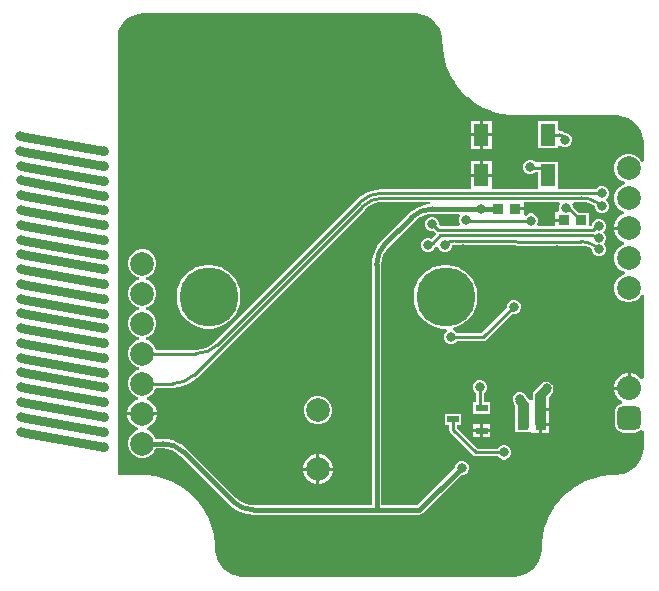
<source format=gbl>
G04*
G04 #@! TF.GenerationSoftware,Altium Limited,Altium Designer,21.0.8 (223)*
G04*
G04 Layer_Physical_Order=2*
G04 Layer_Color=9720587*
%FSLAX44Y44*%
%MOMM*%
G71*
G04*
G04 #@! TF.SameCoordinates,3C593E1E-8741-496A-A554-97E108CC9687*
G04*
G04*
G04 #@! TF.FilePolarity,Positive*
G04*
G01*
G75*
%ADD14R,0.9500X0.9000*%
%ADD46C,0.8000*%
%ADD47C,0.4000*%
%ADD48C,0.2500*%
%ADD49C,0.2540*%
%ADD52C,2.0000*%
G04:AMPARAMS|DCode=53|XSize=2.032mm|YSize=2.032mm|CornerRadius=0.508mm|HoleSize=0mm|Usage=FLASHONLY|Rotation=180.000|XOffset=0mm|YOffset=0mm|HoleType=Round|Shape=RoundedRectangle|*
%AMROUNDEDRECTD53*
21,1,2.0320,1.0160,0,0,180.0*
21,1,1.0160,2.0320,0,0,180.0*
1,1,1.0160,-0.5080,0.5080*
1,1,1.0160,0.5080,0.5080*
1,1,1.0160,0.5080,-0.5080*
1,1,1.0160,-0.5080,-0.5080*
%
%ADD53ROUNDEDRECTD53*%
%ADD54C,2.0320*%
%ADD55C,5.0000*%
%ADD56C,0.8000*%
%ADD57C,0.2560*%
%ADD58R,1.0000X0.6000*%
%ADD59R,1.3000X1.9000*%
G36*
X345811Y481192D02*
X348919Y480783D01*
X351948Y479971D01*
X354844Y478772D01*
X357559Y477204D01*
X360046Y475296D01*
X362262Y473079D01*
X364171Y470592D01*
X365738Y467877D01*
X366938Y464981D01*
X367749Y461953D01*
X368158Y458845D01*
X368158Y457277D01*
X368172Y457211D01*
X368161Y457144D01*
X368285Y453330D01*
X368331Y453133D01*
X368318Y452931D01*
X369314Y445368D01*
X369400Y445113D01*
X369418Y444845D01*
X371392Y437476D01*
X371511Y437235D01*
X371564Y436971D01*
X374483Y429923D01*
X374632Y429700D01*
X374719Y429445D01*
X378533Y422839D01*
X378711Y422636D01*
X378829Y422395D01*
X383473Y416343D01*
X383676Y416166D01*
X383825Y415942D01*
X389219Y410548D01*
X389443Y410398D01*
X389620Y410196D01*
X395672Y405552D01*
X395914Y405433D01*
X396116Y405256D01*
X402722Y401442D01*
X402977Y401355D01*
X403201Y401206D01*
X410248Y398287D01*
X410512Y398234D01*
X410754Y398115D01*
X418122Y396141D01*
X418390Y396123D01*
X418645Y396037D01*
X426208Y395041D01*
X426410Y395054D01*
X426607Y395008D01*
X430421Y394883D01*
X430488Y394894D01*
X430555Y394881D01*
X514533D01*
X516100Y394881D01*
X519208Y394472D01*
X522236Y393661D01*
X525133Y392461D01*
X527848Y390893D01*
X530334Y388985D01*
X532551Y386768D01*
X534460Y384281D01*
X536027Y381566D01*
X537227Y378670D01*
X538038Y375642D01*
X538447Y372534D01*
Y356208D01*
X536447Y355672D01*
X535352Y357568D01*
X533118Y359802D01*
X530382Y361382D01*
X527330Y362200D01*
X524170D01*
X521118Y361382D01*
X518382Y359802D01*
X516148Y357568D01*
X514568Y354832D01*
X513750Y351780D01*
Y348620D01*
X514568Y345568D01*
X516148Y342832D01*
X518382Y340598D01*
X521118Y339018D01*
X522919Y338535D01*
Y336465D01*
X521118Y335982D01*
X518382Y334402D01*
X516148Y332168D01*
X514568Y329432D01*
X513750Y326380D01*
Y323220D01*
X514568Y320168D01*
X516148Y317432D01*
X518382Y315198D01*
X521118Y313618D01*
X521876Y313415D01*
Y311344D01*
X520910Y311085D01*
X518050Y309435D01*
X515715Y307100D01*
X514065Y304240D01*
X513210Y301051D01*
Y300670D01*
X525750D01*
Y298130D01*
X513210D01*
Y297749D01*
X514065Y294560D01*
X515715Y291700D01*
X518050Y289366D01*
X520910Y287715D01*
X521876Y287456D01*
Y285385D01*
X521118Y285182D01*
X518382Y283602D01*
X516148Y281368D01*
X514568Y278632D01*
X513750Y275580D01*
Y272420D01*
X514568Y269368D01*
X516148Y266632D01*
X518382Y264398D01*
X521118Y262818D01*
X522919Y262335D01*
Y260265D01*
X521118Y259782D01*
X518382Y258202D01*
X516148Y255968D01*
X514568Y253232D01*
X513750Y250180D01*
Y247020D01*
X514568Y243968D01*
X516148Y241232D01*
X518382Y238998D01*
X521118Y237418D01*
X524170Y236600D01*
X527330D01*
X530382Y237418D01*
X533118Y238998D01*
X535352Y241232D01*
X536447Y243128D01*
X538447Y242592D01*
Y172224D01*
X536447Y171688D01*
X536413Y171748D01*
X534048Y174112D01*
X531152Y175784D01*
X527922Y176650D01*
X527520D01*
Y163950D01*
X526250D01*
Y162680D01*
X513550D01*
Y162278D01*
X514416Y159048D01*
X516087Y156152D01*
X518452Y153787D01*
X520366Y152683D01*
X519954Y150611D01*
X519322Y150528D01*
X517599Y149814D01*
X516120Y148680D01*
X514986Y147201D01*
X514272Y145478D01*
X514029Y143630D01*
Y133470D01*
X514272Y131622D01*
X514986Y129900D01*
X516120Y128420D01*
X517599Y127286D01*
X519322Y126572D01*
X521170Y126329D01*
X531330D01*
X533178Y126572D01*
X534901Y127286D01*
X536380Y128420D01*
X536447Y128509D01*
X538447Y127830D01*
Y112800D01*
X538038Y109692D01*
X537227Y106663D01*
X536027Y103767D01*
X534460Y101052D01*
X532551Y98565D01*
X530335Y96348D01*
X527848Y94440D01*
X525133Y92873D01*
X522236Y91673D01*
X519208Y90862D01*
X516100Y90452D01*
X514533Y90452D01*
X514466Y90439D01*
X514399Y90450D01*
X510585Y90325D01*
X510388Y90280D01*
X510186Y90293D01*
X502623Y89297D01*
X502369Y89211D01*
X502100Y89193D01*
X494732Y87219D01*
X494490Y87100D01*
X494226Y87047D01*
X487179Y84128D01*
X486955Y83978D01*
X486700Y83892D01*
X480094Y80078D01*
X479892Y79900D01*
X479650Y79781D01*
X473598Y75138D01*
X473421Y74935D01*
X473197Y74786D01*
X467803Y69392D01*
X467654Y69168D01*
X467452Y68991D01*
X462808Y62939D01*
X462689Y62697D01*
X462511Y62495D01*
X458697Y55889D01*
X458611Y55634D01*
X458461Y55410D01*
X455542Y48363D01*
X455489Y48099D01*
X455370Y47857D01*
X453396Y40489D01*
X453378Y40220D01*
X453292Y39966D01*
X452296Y32403D01*
X452309Y32201D01*
X452264Y32004D01*
X452139Y28190D01*
X452150Y28123D01*
X452136Y28056D01*
Y26489D01*
X451727Y23381D01*
X450916Y20353D01*
X449716Y17456D01*
X448149Y14741D01*
X446241Y12255D01*
X444024Y10038D01*
X441537Y8129D01*
X438822Y6562D01*
X435925Y5362D01*
X432897Y4551D01*
X429790Y4142D01*
X198048D01*
X194939Y4551D01*
X191912Y5362D01*
X189015Y6562D01*
X186300Y8129D01*
X183813Y10038D01*
X181597Y12255D01*
X179688Y14742D01*
X178121Y17456D01*
X176921Y20353D01*
X176110Y23381D01*
X175701Y26489D01*
X175701Y28056D01*
X175687Y28123D01*
X175698Y28190D01*
X175574Y32004D01*
X175528Y32201D01*
X175541Y32403D01*
X174545Y39966D01*
X174459Y40220D01*
X174441Y40489D01*
X172467Y47857D01*
X172348Y48099D01*
X172295Y48363D01*
X169376Y55410D01*
X169226Y55634D01*
X169140Y55889D01*
X165326Y62495D01*
X165149Y62697D01*
X165030Y62939D01*
X160386Y68991D01*
X160183Y69168D01*
X160034Y69392D01*
X154640Y74786D01*
X154416Y74935D01*
X154239Y75138D01*
X148187Y79781D01*
X147945Y79900D01*
X147743Y80078D01*
X141137Y83892D01*
X140882Y83978D01*
X140658Y84128D01*
X133611Y87047D01*
X133347Y87100D01*
X133105Y87219D01*
X125737Y89193D01*
X125469Y89211D01*
X125214Y89297D01*
X117651Y90293D01*
X117449Y90280D01*
X117252Y90325D01*
X113438Y90450D01*
X113371Y90439D01*
X113304Y90452D01*
X93750D01*
Y466929D01*
X94143Y467877D01*
X95710Y470592D01*
X97618Y473079D01*
X99835Y475296D01*
X102322Y477204D01*
X105037Y478772D01*
X107934Y479971D01*
X110962Y480783D01*
X114069Y481192D01*
X115637Y481192D01*
X344244D01*
X345811Y481192D01*
D02*
G37*
%LPC*%
G36*
X410290Y390540D02*
X402520D01*
Y379770D01*
X410290D01*
Y390540D01*
D02*
G37*
G36*
X399980D02*
X392210D01*
Y379770D01*
X399980D01*
Y390540D01*
D02*
G37*
G36*
X466000Y390000D02*
X449000D01*
Y367000D01*
X466000D01*
Y368686D01*
X468000Y369515D01*
X468351Y369163D01*
X470556Y368250D01*
X472943D01*
X475149Y369163D01*
X476837Y370851D01*
X477750Y373056D01*
Y375443D01*
X476837Y377649D01*
X475149Y379337D01*
X472943Y380250D01*
X472034D01*
X471292Y380819D01*
X469463Y381576D01*
X467500Y381835D01*
X466000Y383042D01*
Y390000D01*
D02*
G37*
G36*
X410290Y377230D02*
X402520D01*
Y366460D01*
X410290D01*
Y377230D01*
D02*
G37*
G36*
X399980D02*
X392210D01*
Y366460D01*
X399980D01*
Y377230D01*
D02*
G37*
G36*
X410290Y356040D02*
X402520D01*
Y345270D01*
X410290D01*
Y356040D01*
D02*
G37*
G36*
X399980D02*
X392210D01*
Y345270D01*
X399980D01*
Y356040D01*
D02*
G37*
G36*
X443693Y357028D02*
X441306D01*
X439101Y356114D01*
X437413Y354426D01*
X436500Y352221D01*
Y349834D01*
X437413Y347629D01*
X439101Y345941D01*
X441306Y345028D01*
X443693D01*
X445899Y345941D01*
X446557Y346600D01*
X449000D01*
X449000Y332500D01*
X447052Y332374D01*
X410290D01*
Y342730D01*
X401250D01*
X392210D01*
Y332374D01*
X316561D01*
Y332399D01*
X312062Y332045D01*
X307674Y330991D01*
X303505Y329264D01*
X299657Y326906D01*
X296226Y323975D01*
X296243Y323958D01*
X175282Y202997D01*
X175199Y202873D01*
X171962Y200217D01*
X168140Y198174D01*
X163992Y196915D01*
X159825Y196505D01*
X159679Y196534D01*
X125530D01*
X125182Y197832D01*
X123602Y200568D01*
X121368Y202802D01*
X118632Y204382D01*
X116831Y204865D01*
Y206935D01*
X118632Y207418D01*
X121368Y208998D01*
X123602Y211232D01*
X125182Y213968D01*
X126000Y217020D01*
Y220180D01*
X125182Y223232D01*
X123602Y225968D01*
X121368Y228202D01*
X118632Y229782D01*
X116831Y230265D01*
Y232335D01*
X118632Y232818D01*
X121368Y234398D01*
X123602Y236632D01*
X125182Y239368D01*
X126000Y242420D01*
Y245580D01*
X125182Y248632D01*
X123602Y251368D01*
X121368Y253602D01*
X118632Y255182D01*
X116831Y255665D01*
Y257735D01*
X118632Y258218D01*
X121368Y259798D01*
X123602Y262032D01*
X125182Y264768D01*
X126000Y267820D01*
Y270980D01*
X125182Y274032D01*
X123602Y276768D01*
X121368Y279002D01*
X118632Y280582D01*
X115580Y281400D01*
X112420D01*
X109368Y280582D01*
X106632Y279002D01*
X104398Y276768D01*
X102818Y274032D01*
X102000Y270980D01*
Y267820D01*
X102818Y264768D01*
X104398Y262032D01*
X106632Y259798D01*
X109368Y258218D01*
X111169Y257735D01*
Y255665D01*
X109368Y255182D01*
X106632Y253602D01*
X104398Y251368D01*
X102818Y248632D01*
X102000Y245580D01*
Y242420D01*
X102818Y239368D01*
X104398Y236632D01*
X106632Y234398D01*
X109368Y232818D01*
X111169Y232335D01*
Y230265D01*
X109368Y229782D01*
X106632Y228202D01*
X104398Y225968D01*
X102818Y223232D01*
X102000Y220180D01*
Y217020D01*
X102818Y213968D01*
X104398Y211232D01*
X106632Y208998D01*
X109368Y207418D01*
X111169Y206935D01*
Y204865D01*
X109368Y204382D01*
X106632Y202802D01*
X104398Y200568D01*
X102818Y197832D01*
X102000Y194780D01*
Y191620D01*
X102818Y188568D01*
X104398Y185832D01*
X106632Y183598D01*
X109368Y182018D01*
X111169Y181535D01*
Y179465D01*
X109368Y178982D01*
X106632Y177402D01*
X104398Y175168D01*
X102818Y172432D01*
X102000Y169380D01*
Y166220D01*
X102818Y163168D01*
X104398Y160432D01*
X106632Y158198D01*
X109368Y156618D01*
X110126Y156415D01*
Y154344D01*
X109160Y154085D01*
X106300Y152435D01*
X103966Y150100D01*
X102315Y147240D01*
X101460Y144051D01*
Y143670D01*
X114000D01*
X126540D01*
Y144051D01*
X125685Y147240D01*
X124035Y150100D01*
X121700Y152435D01*
X118840Y154085D01*
X117874Y154344D01*
Y156415D01*
X118632Y156618D01*
X121368Y158198D01*
X123602Y160432D01*
X125182Y163168D01*
X125530Y164466D01*
X139992D01*
Y164441D01*
X144491Y164795D01*
X148879Y165849D01*
X153048Y167576D01*
X156896Y169934D01*
X160328Y172865D01*
X160310Y172882D01*
X302631Y315203D01*
X302714Y315327D01*
X305951Y317983D01*
X309774Y320027D01*
X313921Y321285D01*
X318088Y321695D01*
X318234Y321666D01*
X357470D01*
X357548Y319666D01*
X355158Y319478D01*
X350658Y318398D01*
X346382Y316627D01*
X342437Y314209D01*
X338918Y311203D01*
X338918Y311203D01*
X337513Y309780D01*
X317056Y289323D01*
X317047Y289332D01*
X314041Y285813D01*
X311623Y281868D01*
X309853Y277592D01*
X308772Y273092D01*
X308409Y268479D01*
X308422D01*
Y64828D01*
X208521D01*
X208339Y64792D01*
X204351Y65185D01*
X200341Y66401D01*
X196645Y68376D01*
X194915Y69796D01*
X193444Y71073D01*
X192057Y72460D01*
X152073Y112444D01*
X152082Y112453D01*
X148563Y115459D01*
X144618Y117877D01*
X140342Y119648D01*
X135842Y120728D01*
X131229Y121091D01*
Y121078D01*
X125330D01*
X125182Y121632D01*
X123602Y124368D01*
X121368Y126602D01*
X118632Y128182D01*
X117874Y128385D01*
Y130456D01*
X118840Y130715D01*
X121700Y132366D01*
X124035Y134700D01*
X125685Y137560D01*
X126540Y140749D01*
Y141130D01*
X114000D01*
X101460D01*
Y140749D01*
X102315Y137560D01*
X103966Y134700D01*
X106300Y132366D01*
X109160Y130715D01*
X110126Y130456D01*
Y128385D01*
X109368Y128182D01*
X106632Y126602D01*
X104398Y124368D01*
X102818Y121632D01*
X102000Y118580D01*
Y115420D01*
X102818Y112368D01*
X104398Y109632D01*
X106632Y107398D01*
X109368Y105818D01*
X112420Y105000D01*
X115580D01*
X118632Y105818D01*
X121368Y107398D01*
X123602Y109632D01*
X125182Y112368D01*
X125330Y112922D01*
X131229D01*
X131412Y112958D01*
X135399Y112565D01*
X139409Y111349D01*
X143105Y109373D01*
X146202Y106831D01*
X146306Y106677D01*
X186262Y66720D01*
X187668Y65297D01*
X187668Y65297D01*
X191187Y62291D01*
X195133Y59873D01*
X199408Y58102D01*
X203908Y57022D01*
X208521Y56659D01*
Y56672D01*
X348750D01*
X348750Y56672D01*
X350311Y56982D01*
X351634Y57866D01*
X384268Y90500D01*
X385694D01*
X387899Y91413D01*
X389586Y93101D01*
X390500Y95307D01*
Y97694D01*
X389586Y99899D01*
X387899Y101587D01*
X385694Y102500D01*
X383307D01*
X381101Y101587D01*
X379413Y99899D01*
X378500Y97694D01*
Y96268D01*
X347061Y64828D01*
X316578D01*
Y268479D01*
X316542Y268661D01*
X316935Y272649D01*
X318151Y276659D01*
X320127Y280355D01*
X322669Y283452D01*
X322823Y283556D01*
X343307Y304040D01*
X344694Y305427D01*
X346165Y306704D01*
X347895Y308123D01*
X351591Y310099D01*
X355601Y311315D01*
X359589Y311708D01*
X359771Y311672D01*
X382316D01*
X383144Y309672D01*
X382907Y309434D01*
X381994Y307229D01*
Y304842D01*
X382809Y302874D01*
X382411Y301816D01*
X381842Y300874D01*
X367047D01*
X365330Y301808D01*
Y304195D01*
X364416Y306400D01*
X362728Y308088D01*
X360523Y309001D01*
X358136D01*
X355931Y308088D01*
X354243Y306400D01*
X353330Y304195D01*
Y301808D01*
X354243Y299603D01*
X355931Y297915D01*
X358136Y297001D01*
X360523D01*
X360588Y297028D01*
X362433Y295182D01*
X362526Y294241D01*
X358800Y290515D01*
X357095Y291221D01*
X354709D01*
X352503Y290308D01*
X350816Y288620D01*
X349902Y286415D01*
Y284028D01*
X350816Y281822D01*
X352503Y280135D01*
X354709Y279221D01*
X357095D01*
X359301Y280135D01*
X360989Y281822D01*
X361644Y283404D01*
X363680Y283780D01*
X363793Y283764D01*
X364103Y283559D01*
X364913Y281601D01*
X366601Y279913D01*
X368806Y279000D01*
X371194D01*
X373399Y279913D01*
X375087Y281601D01*
X376000Y283806D01*
Y284840D01*
X376472Y285035D01*
X378806Y285343D01*
X378854Y285333D01*
X385238D01*
X476471Y284647D01*
X476484Y284650D01*
X476496Y284647D01*
X485261D01*
X485353Y284666D01*
X488922Y284314D01*
X492442Y283246D01*
X494869Y281949D01*
Y280323D01*
X495782Y278118D01*
X497470Y276430D01*
X499675Y275516D01*
X502062D01*
X504267Y276430D01*
X505955Y278118D01*
X506869Y280323D01*
Y282710D01*
X505955Y284915D01*
X504482Y286389D01*
X505707Y287614D01*
X506621Y289820D01*
Y292207D01*
X505707Y294412D01*
X504030Y296089D01*
X505670Y297729D01*
X506583Y299934D01*
Y302321D01*
X505670Y304526D01*
X503982Y306214D01*
X501777Y307127D01*
X499390D01*
X497184Y306214D01*
X495497Y304526D01*
X494583Y302321D01*
Y301299D01*
X494158Y300874D01*
X492000D01*
Y312500D01*
X483479D01*
X479000Y316980D01*
Y317943D01*
X478287Y319666D01*
X479182Y321666D01*
X486101D01*
X486222Y321690D01*
X490120Y321306D01*
X493984Y320134D01*
X497000Y318522D01*
Y316807D01*
X497914Y314601D01*
X499601Y312913D01*
X501806Y312000D01*
X504193D01*
X506399Y312913D01*
X508087Y314601D01*
X509000Y316807D01*
Y319193D01*
X508087Y321399D01*
X507292Y322193D01*
X506613Y323500D01*
X507292Y324807D01*
X508087Y325601D01*
X509000Y327807D01*
Y330193D01*
X508087Y332399D01*
X506399Y334087D01*
X504193Y335000D01*
X501806D01*
X499601Y334087D01*
X497914Y332399D01*
X497903Y332374D01*
X467948D01*
X466000Y332500D01*
X466000Y334374D01*
Y355500D01*
X449000D01*
X449000Y355500D01*
X447000Y355013D01*
X445899Y356114D01*
X443693Y357028D01*
D02*
G37*
G36*
X372965Y268300D02*
X368715D01*
X364518Y267635D01*
X360476Y266322D01*
X356689Y264393D01*
X353251Y261894D01*
X350246Y258889D01*
X347747Y255451D01*
X345818Y251664D01*
X344505Y247623D01*
X343840Y243425D01*
Y239175D01*
X344505Y234977D01*
X345818Y230936D01*
X347747Y227149D01*
X350246Y223711D01*
X353251Y220706D01*
X356689Y218207D01*
X360476Y216278D01*
X364518Y214965D01*
X368715Y214300D01*
X371274D01*
X371737Y212594D01*
X371748Y212300D01*
X370114Y210666D01*
X369201Y208461D01*
Y206074D01*
X370114Y203869D01*
X371802Y202181D01*
X374007Y201267D01*
X376394D01*
X378600Y202181D01*
X380186Y203767D01*
X402581D01*
X403849Y204020D01*
X404924Y204738D01*
X427221Y227035D01*
X427307Y227000D01*
X429693D01*
X431899Y227913D01*
X433587Y229601D01*
X434500Y231807D01*
Y234193D01*
X433587Y236399D01*
X431899Y238087D01*
X429693Y239000D01*
X427307D01*
X425101Y238087D01*
X423413Y236399D01*
X422500Y234193D01*
Y231807D01*
X422535Y231721D01*
X401208Y210395D01*
X380400D01*
X380287Y210666D01*
X378600Y212354D01*
X377179Y212942D01*
X377166Y214487D01*
X377364Y215030D01*
X381204Y216278D01*
X384991Y218207D01*
X388429Y220706D01*
X391434Y223711D01*
X393932Y227149D01*
X395862Y230936D01*
X397175Y234977D01*
X397840Y239175D01*
Y243425D01*
X397175Y247623D01*
X395862Y251664D01*
X393932Y255451D01*
X391434Y258889D01*
X388429Y261894D01*
X384991Y264393D01*
X381204Y266322D01*
X377163Y267635D01*
X372965Y268300D01*
D02*
G37*
G36*
X172305D02*
X168055D01*
X163857Y267635D01*
X159816Y266322D01*
X156029Y264393D01*
X152591Y261894D01*
X149586Y258889D01*
X147087Y255451D01*
X145158Y251664D01*
X143845Y247623D01*
X143180Y243425D01*
Y239175D01*
X143845Y234977D01*
X145158Y230936D01*
X147087Y227149D01*
X149586Y223711D01*
X152591Y220706D01*
X156029Y218207D01*
X159816Y216278D01*
X163857Y214965D01*
X168055Y214300D01*
X172305D01*
X176502Y214965D01*
X180544Y216278D01*
X184331Y218207D01*
X187769Y220706D01*
X190774Y223711D01*
X193272Y227149D01*
X195202Y230936D01*
X196515Y234977D01*
X197180Y239175D01*
Y243425D01*
X196515Y247623D01*
X195202Y251664D01*
X193272Y255451D01*
X190774Y258889D01*
X187769Y261894D01*
X184331Y264393D01*
X180544Y266322D01*
X176502Y267635D01*
X172305Y268300D01*
D02*
G37*
G36*
X524980Y176650D02*
X524578D01*
X521348Y175784D01*
X518452Y174112D01*
X516087Y171748D01*
X514416Y168852D01*
X513550Y165622D01*
Y165220D01*
X524980D01*
Y176650D01*
D02*
G37*
G36*
X453979Y168960D02*
X453658Y168888D01*
X453334Y168838D01*
X453273Y168801D01*
X453203Y168785D01*
X452934Y168595D01*
X452654Y168425D01*
X452611Y168367D01*
X452553Y168326D01*
X445271Y160654D01*
X445073Y160340D01*
X444866Y160030D01*
X444861Y160004D01*
X444846Y159981D01*
X444783Y159615D01*
X444711Y159250D01*
Y154743D01*
X443842Y153931D01*
X441468Y154179D01*
X438993Y157538D01*
X438819Y157959D01*
X437131Y159647D01*
X434925Y160560D01*
X432539D01*
X430333Y159647D01*
X428646Y157959D01*
X427732Y155754D01*
Y153367D01*
X428646Y151162D01*
X428711Y151096D01*
X429888Y148166D01*
Y134046D01*
X429965Y133663D01*
X430000Y133479D01*
Y126500D01*
X442184D01*
X443960Y125960D01*
X445276Y125960D01*
X449980D01*
Y133000D01*
X451250D01*
D01*
X446750D01*
Y159250D01*
X454032Y166922D01*
X458000Y166750D01*
X459967Y164922D01*
X459750Y161616D01*
X456000Y156125D01*
X456000Y147276D01*
X458540D01*
Y153046D01*
X458039D01*
Y155495D01*
X461434Y160466D01*
X461491Y160599D01*
X461579Y160714D01*
X461645Y160962D01*
X461746Y161198D01*
X461747Y161343D01*
X461785Y161483D01*
X462002Y164789D01*
X461988Y164893D01*
X462005Y164997D01*
X461936Y165285D01*
X461898Y165578D01*
X461845Y165669D01*
X461821Y165771D01*
X461648Y166011D01*
X461500Y166267D01*
X461417Y166331D01*
X461355Y166416D01*
X459388Y168244D01*
X459118Y168411D01*
X458861Y168598D01*
X458781Y168618D01*
X458711Y168661D01*
X458397Y168712D01*
X458088Y168787D01*
X454120Y168959D01*
X454049Y168948D01*
X453979Y168960D01*
D02*
G37*
G36*
X400852Y170536D02*
X398465D01*
X396260Y169623D01*
X394572Y167935D01*
X393658Y165730D01*
Y163343D01*
X394572Y161138D01*
X396260Y159450D01*
X396345Y159415D01*
Y151935D01*
X394318D01*
Y141935D01*
X408318D01*
Y151935D01*
X402972D01*
Y159415D01*
X403057Y159450D01*
X404745Y161138D01*
X405658Y163343D01*
Y165730D01*
X404745Y167935D01*
X403057Y169623D01*
X400852Y170536D01*
D02*
G37*
G36*
X458540Y144736D02*
X456000D01*
X456000Y134270D01*
X458540D01*
Y138966D01*
X458540D01*
Y144736D01*
D02*
G37*
G36*
X264330Y157250D02*
X261170D01*
X258118Y156432D01*
X255382Y154852D01*
X253148Y152618D01*
X251568Y149882D01*
X250750Y146830D01*
Y143670D01*
X251568Y140618D01*
X253148Y137882D01*
X255382Y135648D01*
X258118Y134068D01*
X261170Y133250D01*
X264330D01*
X267382Y134068D01*
X270118Y135648D01*
X272352Y137882D01*
X273932Y140618D01*
X274750Y143670D01*
Y146830D01*
X273932Y149882D01*
X272352Y152618D01*
X270118Y154852D01*
X267382Y156432D01*
X264330Y157250D01*
D02*
G37*
G36*
X408858Y133475D02*
X402588D01*
Y129205D01*
X408858D01*
Y133475D01*
D02*
G37*
G36*
X400048D02*
X393778D01*
Y129205D01*
X400048D01*
Y133475D01*
D02*
G37*
G36*
X458540Y131730D02*
X452520D01*
Y125960D01*
X458540D01*
Y131730D01*
D02*
G37*
G36*
X408858Y126665D02*
X402588D01*
Y122395D01*
X408858D01*
Y126665D01*
D02*
G37*
G36*
X400048D02*
X393778D01*
Y122395D01*
X400048D01*
Y126665D01*
D02*
G37*
G36*
X384318Y142435D02*
X370318D01*
Y132435D01*
X374005D01*
Y128677D01*
X374257Y127409D01*
X374975Y126334D01*
X394152Y107157D01*
X395227Y106439D01*
X396495Y106186D01*
X415128D01*
X415163Y106101D01*
X416851Y104413D01*
X419057Y103500D01*
X421443D01*
X423649Y104413D01*
X425337Y106101D01*
X426250Y108307D01*
Y110694D01*
X425337Y112899D01*
X423649Y114587D01*
X421443Y115500D01*
X419057D01*
X416851Y114587D01*
X415163Y112899D01*
X415128Y112814D01*
X397867D01*
X380632Y130049D01*
Y132435D01*
X384318D01*
Y142435D01*
D02*
G37*
G36*
X264401Y107790D02*
X264020D01*
Y96520D01*
X275290D01*
Y96901D01*
X274435Y100090D01*
X272785Y102950D01*
X270450Y105285D01*
X267590Y106935D01*
X264401Y107790D01*
D02*
G37*
G36*
X261480D02*
X261099D01*
X257910Y106935D01*
X255050Y105285D01*
X252715Y102950D01*
X251065Y100090D01*
X250210Y96901D01*
Y96520D01*
X261480D01*
Y107790D01*
D02*
G37*
G36*
X275290Y93980D02*
X264020D01*
Y82710D01*
X264401D01*
X267590Y83565D01*
X270450Y85216D01*
X272785Y87550D01*
X274435Y90410D01*
X275290Y93599D01*
Y93980D01*
D02*
G37*
G36*
X261480D02*
X250210D01*
Y93599D01*
X251065Y90410D01*
X252715Y87550D01*
X255050Y85216D01*
X257910Y83565D01*
X261099Y82710D01*
X261480D01*
Y93980D01*
D02*
G37*
%LPD*%
G36*
X467714Y319666D02*
X467000Y317943D01*
Y315557D01*
X467214Y315040D01*
X465878Y313040D01*
X463460D01*
Y307270D01*
X470750D01*
Y304730D01*
X463460D01*
Y300874D01*
X449373D01*
X448523Y302874D01*
X449269Y304675D01*
Y307062D01*
X448355Y309267D01*
X446668Y310955D01*
X444462Y311869D01*
X442075D01*
X439870Y310955D01*
X439040Y310125D01*
X437040Y310954D01*
Y314480D01*
X429750D01*
Y317020D01*
X437040D01*
Y321666D01*
X466818D01*
X467714Y319666D01*
D02*
G37*
G36*
X441428Y150796D02*
Y130046D01*
X431928Y134046D01*
Y148560D01*
X429974Y153422D01*
X436742Y157155D01*
X441428Y150796D01*
D02*
G37*
D14*
X436750Y146006D02*
D03*
X451250D02*
D03*
X451250Y133000D02*
D03*
X436750D02*
D03*
X415250Y315750D02*
D03*
X429750D02*
D03*
X485250Y306000D02*
D03*
X470750Y306000D02*
D03*
D46*
X10894Y364743D02*
X81880Y352057D01*
X11524Y352300D02*
X81880Y339557D01*
X11524Y339800D02*
X81880Y327057D01*
X11524Y327300D02*
X81880Y314557D01*
X11524Y314800D02*
X81880Y302057D01*
X11524Y302300D02*
X81880Y289557D01*
X11524Y289800D02*
X81880Y277057D01*
X11524Y277300D02*
X81880Y264557D01*
X11524Y264800D02*
X81880Y252057D01*
X11524Y252300D02*
X81880Y239557D01*
X11524Y239800D02*
X81880Y227057D01*
X11524Y227300D02*
X81880Y214557D01*
X11524Y214800D02*
X81880Y202057D01*
X11524Y202300D02*
X81880Y189557D01*
X11524Y189800D02*
X81880Y177057D01*
X11524Y177300D02*
X81880Y164557D01*
X11524Y164800D02*
X81880Y152057D01*
X11566Y126597D02*
X81750Y114000D01*
X11524Y152300D02*
X69127Y141867D01*
X81880Y139557D01*
X11524Y139800D02*
X81724Y126829D01*
X10894Y377243D02*
X81250Y364500D01*
D47*
X359771Y315750D02*
G03*
X341810Y308311I0J-25400D01*
G01*
X319939Y286439D02*
G03*
X312500Y268479I17960J-17960D01*
G01*
X190560Y68190D02*
G03*
X208521Y60750I17960J17960D01*
G01*
X149190Y109560D02*
G03*
X131229Y117000I-17960J-17960D01*
G01*
X312500Y60750D02*
X348750D01*
X384500Y96500D01*
X359771Y315750D02*
X400750D01*
X415250D01*
X319939Y286439D02*
X341810Y308311D01*
X208521Y60750D02*
X312500D01*
Y268479D01*
X149190Y109560D02*
X190560Y68190D01*
X114000Y117000D02*
X131229D01*
D48*
X399658Y148595D02*
Y164536D01*
X396495Y109500D02*
X420250D01*
X377318Y128677D02*
X396495Y109500D01*
X377318Y128677D02*
Y137435D01*
X399658Y148595D02*
X401318Y146935D01*
X402581Y207081D02*
X428500Y233000D01*
X375387Y207081D02*
X402581D01*
X436210Y133540D02*
Y145466D01*
Y133540D02*
X436750Y133000D01*
X436210Y145466D02*
X436750Y146006D01*
X375201Y207267D02*
X375387Y207081D01*
D49*
X503000Y318000D02*
G03*
X499392Y320963I-16899J-16899D01*
G01*
D02*
G03*
X486101Y325000I-13291J-19863D01*
G01*
X500621Y291013D02*
G03*
X499524Y291938I-6004J-6004D01*
G01*
D02*
G03*
X494617Y293500I-4907J-6929D01*
G01*
X378854Y288667D02*
G03*
X370135Y285133I0J-12521D01*
G01*
X498032Y283911D02*
G03*
X487139Y287901I-12771J-18003D01*
G01*
X500869Y281516D02*
G03*
X498032Y283911I-15608J-15608D01*
G01*
X370135Y285133D02*
G03*
X370000Y285000I8719J-8986D01*
G01*
X487139Y287901D02*
G03*
X485261Y287981I-1878J-21992D01*
G01*
X471750Y374250D02*
G03*
X467500Y378500I-4250J0D01*
G01*
X159679Y193200D02*
G03*
X177640Y200639I0J25400D01*
G01*
X139992Y167800D02*
G03*
X157953Y175240I0J25400D01*
G01*
X316561Y329040D02*
G03*
X298601Y321600I0J-25400D01*
G01*
X318234Y325000D02*
G03*
X300274Y317561I0J-25400D01*
G01*
X433732Y149024D02*
X436750Y146006D01*
X433732Y149024D02*
Y154560D01*
X387994Y306036D02*
X388161Y305869D01*
X443269D01*
X364791Y297540D02*
X495539D01*
X366500Y293500D02*
X494617D01*
X360044Y287044D02*
X366500Y293500D01*
X359329Y303001D02*
X364791Y297540D01*
X355902Y285221D02*
X357379D01*
X359202Y287044D01*
X360044D01*
X499127Y301127D02*
X500583D01*
X495539Y297540D02*
X499127Y301127D01*
X378854Y288667D02*
X385249D01*
X476496Y287981D01*
X485261D01*
X457500Y378500D02*
X467500D01*
X443978Y351028D02*
X445071Y349934D01*
X442500Y351028D02*
X443978D01*
X445071Y349934D02*
X452270D01*
X457500Y344704D01*
Y344000D02*
Y344704D01*
X318234Y325000D02*
X486101D01*
X316561Y329040D02*
X502960D01*
X114000Y193200D02*
X159679D01*
X177640Y200639D02*
X298601Y321600D01*
X114000Y167800D02*
X139992D01*
X157953Y175240D02*
X300274Y317561D01*
X502960Y329040D02*
X503000Y329000D01*
D52*
X262750Y145250D02*
D03*
Y95250D02*
D03*
X525750Y248600D02*
D03*
Y274000D02*
D03*
Y299400D02*
D03*
Y324800D02*
D03*
Y350200D02*
D03*
X114000Y269400D02*
D03*
Y244000D02*
D03*
Y218600D02*
D03*
Y193200D02*
D03*
Y167800D02*
D03*
Y142400D02*
D03*
Y117000D02*
D03*
D53*
X526250Y138550D02*
D03*
D54*
Y163950D02*
D03*
D55*
X370840Y241300D02*
D03*
X170180D02*
D03*
D56*
X433732Y154560D02*
D03*
X11524Y339800D02*
D03*
Y302300D02*
D03*
Y327300D02*
D03*
Y314800D02*
D03*
Y264800D02*
D03*
Y289800D02*
D03*
Y277300D02*
D03*
Y227300D02*
D03*
Y252300D02*
D03*
Y239800D02*
D03*
Y189800D02*
D03*
Y214800D02*
D03*
Y152300D02*
D03*
Y177300D02*
D03*
Y164800D02*
D03*
Y139800D02*
D03*
Y352300D02*
D03*
Y202300D02*
D03*
X81880Y339557D02*
D03*
Y252057D02*
D03*
Y202057D02*
D03*
Y352057D02*
D03*
Y289557D02*
D03*
Y327057D02*
D03*
Y177057D02*
D03*
Y139557D02*
D03*
Y239557D02*
D03*
Y214557D02*
D03*
Y277057D02*
D03*
Y264557D02*
D03*
Y227057D02*
D03*
Y152057D02*
D03*
Y189557D02*
D03*
Y164557D02*
D03*
Y314557D02*
D03*
Y302057D02*
D03*
X11566Y126597D02*
D03*
X81750Y114000D02*
D03*
X81724Y126829D02*
D03*
X399658Y164536D02*
D03*
X420250Y109500D02*
D03*
X384500Y96500D02*
D03*
X473000Y316750D02*
D03*
X503000Y318000D02*
D03*
X400750Y315750D02*
D03*
X387994Y306036D02*
D03*
X371598Y350117D02*
D03*
X465241Y280938D02*
D03*
X189785Y143755D02*
D03*
X273596Y240564D02*
D03*
X456458Y163850D02*
D03*
X355902Y285221D02*
D03*
X359329Y303001D02*
D03*
X375201Y207267D02*
D03*
X428500Y233000D02*
D03*
X467326Y111860D02*
D03*
X10894Y377243D02*
D03*
Y364743D02*
D03*
X81250Y364500D02*
D03*
X370000Y285000D02*
D03*
X471750Y374250D02*
D03*
X442500Y351028D02*
D03*
X443269Y305869D02*
D03*
X456250Y306000D02*
D03*
X494750Y231250D02*
D03*
X108427Y373908D02*
D03*
X100539Y446344D02*
D03*
X500869Y281516D02*
D03*
X500621Y291013D02*
D03*
X467349Y143231D02*
D03*
X121265Y461444D02*
D03*
X385750Y281750D02*
D03*
X149677Y465962D02*
D03*
X118592Y397687D02*
D03*
X173751Y448877D02*
D03*
X499465Y370374D02*
D03*
X463951Y245944D02*
D03*
X427500Y258500D02*
D03*
X516000Y110250D02*
D03*
X450250Y88750D02*
D03*
X496250Y181000D02*
D03*
X125250Y424500D02*
D03*
X500583Y301127D02*
D03*
X377419Y164853D02*
D03*
X525750Y188500D02*
D03*
X173750Y425936D02*
D03*
X371750Y389250D02*
D03*
X503000Y329000D02*
D03*
D57*
X475558Y315692D02*
G03*
X473000Y316750I-2558J-2563D01*
G01*
X475561Y315689D02*
G03*
X475558Y315692I-2561J-2561D01*
G01*
X475561Y315689D02*
X485250Y306000D01*
X475558Y315692D02*
X475561Y315689D01*
D58*
X377318Y137435D02*
D03*
X401318Y127935D02*
D03*
Y146935D02*
D03*
D59*
X457500Y378500D02*
D03*
X401250D02*
D03*
X401250Y344000D02*
D03*
X457500Y344000D02*
D03*
M02*

</source>
